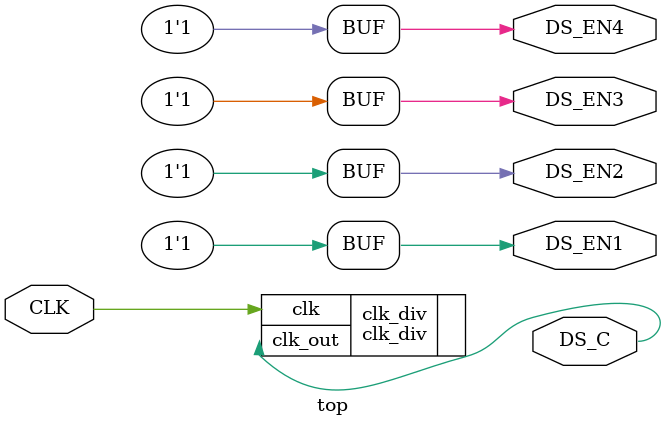
<source format=v>
/*
*   Introduction to FPGA and Verilog
*
*   Viktor Prutyanov, 2019
*
*   Problem set #03
*/

/*
*   Top-level module
*/
module top(
    input CLK,

    output DS_C,
    output DS_EN1, DS_EN2, DS_EN3, DS_EN4
);

assign {DS_EN1, DS_EN2, DS_EN3, DS_EN4} = 4'b1111;

clk_div clk_div(.clk(CLK), .clk_out(DS_C));


endmodule

</source>
